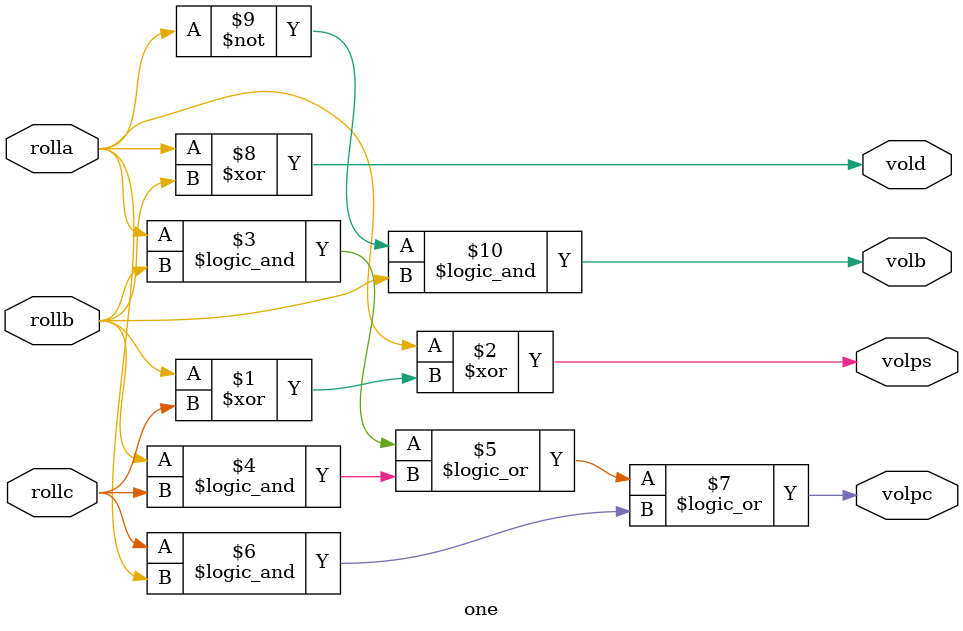
<source format=v>
module one(
    input rolla,
    input rollb,
    input rollc,
    output volps,
    output volpc,
    output vold,
    output volb
);

assign volps = (rolla^(rollb^rollc));
assign volpc = ((rolla&&rollb) || (rollb&&rollc) || (rollc&&rolla));
assign vold = (rolla^rollb);
assign volb = (~rolla)&&(rollb);

endmodule
</source>
